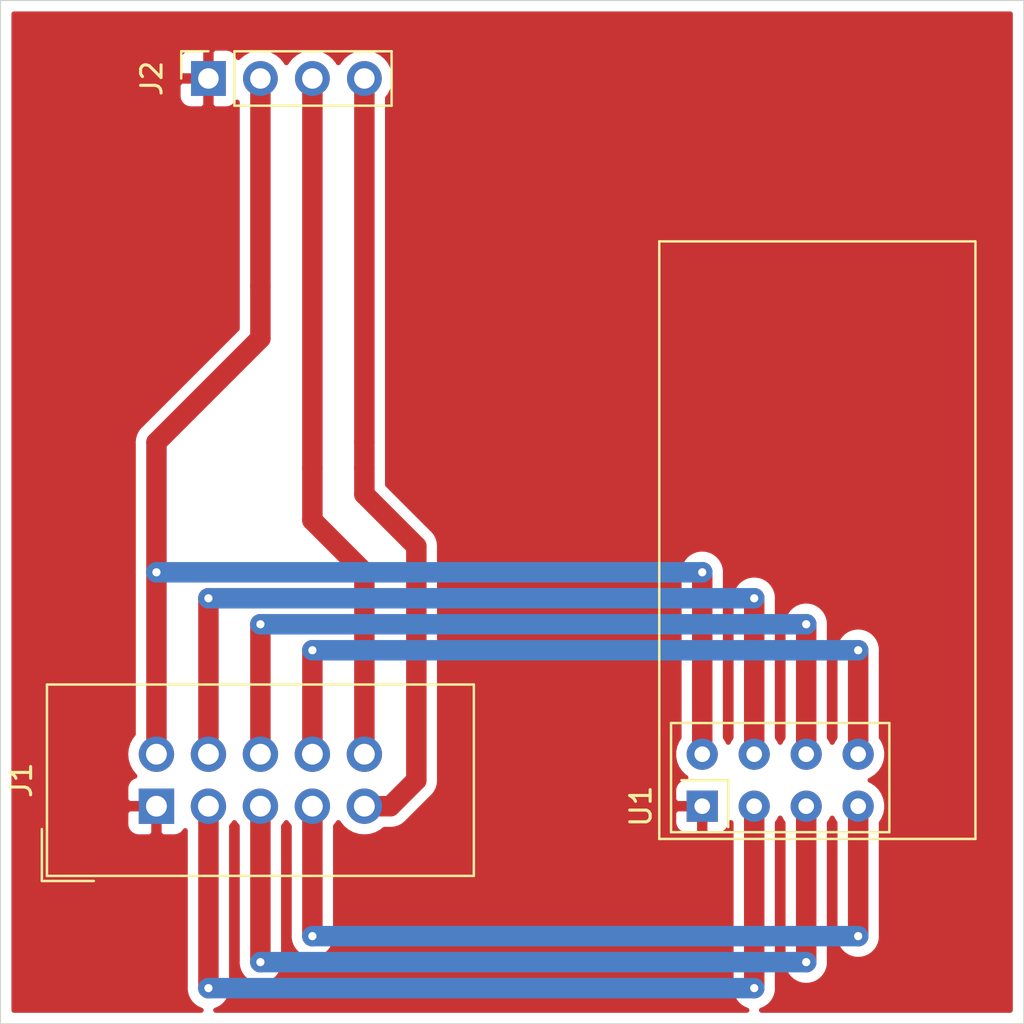
<source format=kicad_pcb>
(kicad_pcb (version 20171130) (host pcbnew 5.1.4)

  (general
    (thickness 1.6)
    (drawings 4)
    (tracks 64)
    (zones 0)
    (modules 3)
    (nets 11)
  )

  (page A4)
  (layers
    (0 F.Cu signal)
    (31 B.Cu signal)
    (32 B.Adhes user)
    (33 F.Adhes user)
    (34 B.Paste user)
    (35 F.Paste user)
    (36 B.SilkS user)
    (37 F.SilkS user)
    (38 B.Mask user)
    (39 F.Mask user)
    (40 Dwgs.User user)
    (41 Cmts.User user)
    (42 Eco1.User user)
    (43 Eco2.User user)
    (44 Edge.Cuts user)
    (45 Margin user)
    (46 B.CrtYd user)
    (47 F.CrtYd user)
    (48 B.Fab user)
    (49 F.Fab user)
  )

  (setup
    (last_trace_width 1)
    (user_trace_width 1)
    (trace_clearance 0.2)
    (zone_clearance 0.508)
    (zone_45_only no)
    (trace_min 0.2)
    (via_size 0.8)
    (via_drill 0.4)
    (via_min_size 0.4)
    (via_min_drill 0.3)
    (uvia_size 0.3)
    (uvia_drill 0.1)
    (uvias_allowed no)
    (uvia_min_size 0.2)
    (uvia_min_drill 0.1)
    (edge_width 0.05)
    (segment_width 0.2)
    (pcb_text_width 0.3)
    (pcb_text_size 1.5 1.5)
    (mod_edge_width 0.12)
    (mod_text_size 1 1)
    (mod_text_width 0.15)
    (pad_size 1.524 1.524)
    (pad_drill 0.762)
    (pad_to_mask_clearance 0.051)
    (solder_mask_min_width 0.25)
    (aux_axis_origin 0 0)
    (visible_elements FFFFFF7F)
    (pcbplotparams
      (layerselection 0x010fc_ffffffff)
      (usegerberextensions false)
      (usegerberattributes false)
      (usegerberadvancedattributes false)
      (creategerberjobfile false)
      (excludeedgelayer true)
      (linewidth 0.100000)
      (plotframeref false)
      (viasonmask false)
      (mode 1)
      (useauxorigin false)
      (hpglpennumber 1)
      (hpglpenspeed 20)
      (hpglpendiameter 15.000000)
      (psnegative false)
      (psa4output false)
      (plotreference true)
      (plotvalue true)
      (plotinvisibletext false)
      (padsonsilk false)
      (subtractmaskfromsilk false)
      (outputformat 1)
      (mirror false)
      (drillshape 1)
      (scaleselection 1)
      (outputdirectory ""))
  )

  (net 0 "")
  (net 1 GND)
  (net 2 +3V3)
  (net 3 CE)
  (net 4 CS)
  (net 5 SCK)
  (net 6 MOSI)
  (net 7 MISO)
  (net 8 IRQ)
  (net 9 SDA)
  (net 10 SCL)

  (net_class Default "Esta é a classe de rede padrão."
    (clearance 0.2)
    (trace_width 0.25)
    (via_dia 0.8)
    (via_drill 0.4)
    (uvia_dia 0.3)
    (uvia_drill 0.1)
    (add_net +3V3)
    (add_net CE)
    (add_net CS)
    (add_net GND)
    (add_net IRQ)
    (add_net MISO)
    (add_net MOSI)
    (add_net SCK)
    (add_net SCL)
    (add_net SDA)
  )

  (module Connector_IDC:IDC-Header_2x05_P2.54mm_Vertical (layer F.Cu) (tedit 59DE0611) (tstamp 5DBD67C0)
    (at 96.52 121.92 90)
    (descr "Through hole straight IDC box header, 2x05, 2.54mm pitch, double rows")
    (tags "Through hole IDC box header THT 2x05 2.54mm double row")
    (path /5DBD0836)
    (fp_text reference J1 (at 1.27 -6.604 90) (layer F.SilkS)
      (effects (font (size 1 1) (thickness 0.15)))
    )
    (fp_text value Conn_02x05_Odd_Even (at 1.27 16.764 90) (layer F.Fab)
      (effects (font (size 1 1) (thickness 0.15)))
    )
    (fp_text user %R (at 1.27 5.08 90) (layer F.Fab)
      (effects (font (size 1 1) (thickness 0.15)))
    )
    (fp_line (start 5.695 -5.1) (end 5.695 15.26) (layer F.Fab) (width 0.1))
    (fp_line (start 5.145 -4.56) (end 5.145 14.7) (layer F.Fab) (width 0.1))
    (fp_line (start -3.155 -5.1) (end -3.155 15.26) (layer F.Fab) (width 0.1))
    (fp_line (start -2.605 -4.56) (end -2.605 2.83) (layer F.Fab) (width 0.1))
    (fp_line (start -2.605 7.33) (end -2.605 14.7) (layer F.Fab) (width 0.1))
    (fp_line (start -2.605 2.83) (end -3.155 2.83) (layer F.Fab) (width 0.1))
    (fp_line (start -2.605 7.33) (end -3.155 7.33) (layer F.Fab) (width 0.1))
    (fp_line (start 5.695 -5.1) (end -3.155 -5.1) (layer F.Fab) (width 0.1))
    (fp_line (start 5.145 -4.56) (end -2.605 -4.56) (layer F.Fab) (width 0.1))
    (fp_line (start 5.695 15.26) (end -3.155 15.26) (layer F.Fab) (width 0.1))
    (fp_line (start 5.145 14.7) (end -2.605 14.7) (layer F.Fab) (width 0.1))
    (fp_line (start 5.695 -5.1) (end 5.145 -4.56) (layer F.Fab) (width 0.1))
    (fp_line (start 5.695 15.26) (end 5.145 14.7) (layer F.Fab) (width 0.1))
    (fp_line (start -3.155 -5.1) (end -2.605 -4.56) (layer F.Fab) (width 0.1))
    (fp_line (start -3.155 15.26) (end -2.605 14.7) (layer F.Fab) (width 0.1))
    (fp_line (start 5.95 -5.35) (end 5.95 15.51) (layer F.CrtYd) (width 0.05))
    (fp_line (start 5.95 15.51) (end -3.41 15.51) (layer F.CrtYd) (width 0.05))
    (fp_line (start -3.41 15.51) (end -3.41 -5.35) (layer F.CrtYd) (width 0.05))
    (fp_line (start -3.41 -5.35) (end 5.95 -5.35) (layer F.CrtYd) (width 0.05))
    (fp_line (start 5.945 -5.35) (end 5.945 15.51) (layer F.SilkS) (width 0.12))
    (fp_line (start 5.945 15.51) (end -3.405 15.51) (layer F.SilkS) (width 0.12))
    (fp_line (start -3.405 15.51) (end -3.405 -5.35) (layer F.SilkS) (width 0.12))
    (fp_line (start -3.405 -5.35) (end 5.945 -5.35) (layer F.SilkS) (width 0.12))
    (fp_line (start -3.655 -5.6) (end -3.655 -3.06) (layer F.SilkS) (width 0.12))
    (fp_line (start -3.655 -5.6) (end -1.115 -5.6) (layer F.SilkS) (width 0.12))
    (pad 1 thru_hole rect (at 0 0 90) (size 1.7272 1.7272) (drill 1.016) (layers *.Cu *.Mask)
      (net 1 GND))
    (pad 2 thru_hole oval (at 2.54 0 90) (size 1.7272 1.7272) (drill 1.016) (layers *.Cu *.Mask)
      (net 2 +3V3))
    (pad 3 thru_hole oval (at 0 2.54 90) (size 1.7272 1.7272) (drill 1.016) (layers *.Cu *.Mask)
      (net 3 CE))
    (pad 4 thru_hole oval (at 2.54 2.54 90) (size 1.7272 1.7272) (drill 1.016) (layers *.Cu *.Mask)
      (net 4 CS))
    (pad 5 thru_hole oval (at 0 5.08 90) (size 1.7272 1.7272) (drill 1.016) (layers *.Cu *.Mask)
      (net 5 SCK))
    (pad 6 thru_hole oval (at 2.54 5.08 90) (size 1.7272 1.7272) (drill 1.016) (layers *.Cu *.Mask)
      (net 6 MOSI))
    (pad 7 thru_hole oval (at 0 7.62 90) (size 1.7272 1.7272) (drill 1.016) (layers *.Cu *.Mask)
      (net 7 MISO))
    (pad 8 thru_hole oval (at 2.54 7.62 90) (size 1.7272 1.7272) (drill 1.016) (layers *.Cu *.Mask)
      (net 8 IRQ))
    (pad 9 thru_hole oval (at 0 10.16 90) (size 1.7272 1.7272) (drill 1.016) (layers *.Cu *.Mask)
      (net 9 SDA))
    (pad 10 thru_hole oval (at 2.54 10.16 90) (size 1.7272 1.7272) (drill 1.016) (layers *.Cu *.Mask)
      (net 10 SCL))
    (model ${KISYS3DMOD}/Connector_IDC.3dshapes/IDC-Header_2x05_P2.54mm_Vertical.wrl
      (at (xyz 0 0 0))
      (scale (xyz 1 1 1))
      (rotate (xyz 0 0 0))
    )
  )

  (module Connector_PinSocket_2.54mm:PinSocket_1x04_P2.54mm_Vertical (layer F.Cu) (tedit 5A19A429) (tstamp 5DBD640F)
    (at 99.06 86.36 90)
    (descr "Through hole straight socket strip, 1x04, 2.54mm pitch, single row (from Kicad 4.0.7), script generated")
    (tags "Through hole socket strip THT 1x04 2.54mm single row")
    (path /5DBDFC6C)
    (fp_text reference J2 (at 0 -2.77 90) (layer F.SilkS)
      (effects (font (size 1 1) (thickness 0.15)))
    )
    (fp_text value Display (at 0 10.39 90) (layer F.Fab)
      (effects (font (size 1 1) (thickness 0.15)))
    )
    (fp_line (start -1.27 -1.27) (end 0.635 -1.27) (layer F.Fab) (width 0.1))
    (fp_line (start 0.635 -1.27) (end 1.27 -0.635) (layer F.Fab) (width 0.1))
    (fp_line (start 1.27 -0.635) (end 1.27 8.89) (layer F.Fab) (width 0.1))
    (fp_line (start 1.27 8.89) (end -1.27 8.89) (layer F.Fab) (width 0.1))
    (fp_line (start -1.27 8.89) (end -1.27 -1.27) (layer F.Fab) (width 0.1))
    (fp_line (start -1.33 1.27) (end 1.33 1.27) (layer F.SilkS) (width 0.12))
    (fp_line (start -1.33 1.27) (end -1.33 8.95) (layer F.SilkS) (width 0.12))
    (fp_line (start -1.33 8.95) (end 1.33 8.95) (layer F.SilkS) (width 0.12))
    (fp_line (start 1.33 1.27) (end 1.33 8.95) (layer F.SilkS) (width 0.12))
    (fp_line (start 1.33 -1.33) (end 1.33 0) (layer F.SilkS) (width 0.12))
    (fp_line (start 0 -1.33) (end 1.33 -1.33) (layer F.SilkS) (width 0.12))
    (fp_line (start -1.8 -1.8) (end 1.75 -1.8) (layer F.CrtYd) (width 0.05))
    (fp_line (start 1.75 -1.8) (end 1.75 9.4) (layer F.CrtYd) (width 0.05))
    (fp_line (start 1.75 9.4) (end -1.8 9.4) (layer F.CrtYd) (width 0.05))
    (fp_line (start -1.8 9.4) (end -1.8 -1.8) (layer F.CrtYd) (width 0.05))
    (fp_text user %R (at 0 3.81) (layer F.Fab)
      (effects (font (size 1 1) (thickness 0.15)))
    )
    (pad 1 thru_hole rect (at 0 0 90) (size 1.7 1.7) (drill 1) (layers *.Cu *.Mask)
      (net 1 GND))
    (pad 2 thru_hole oval (at 0 2.54 90) (size 1.7 1.7) (drill 1) (layers *.Cu *.Mask)
      (net 2 +3V3))
    (pad 3 thru_hole oval (at 0 5.08 90) (size 1.7 1.7) (drill 1) (layers *.Cu *.Mask)
      (net 10 SCL))
    (pad 4 thru_hole oval (at 0 7.62 90) (size 1.7 1.7) (drill 1) (layers *.Cu *.Mask)
      (net 9 SDA))
    (model ${KISYS3DMOD}/Connector_PinSocket_2.54mm.3dshapes/PinSocket_1x04_P2.54mm_Vertical.wrl
      (at (xyz 0 0 0))
      (scale (xyz 1 1 1))
      (rotate (xyz 0 0 0))
    )
  )

  (module RF_Module:nRF24L01_Breakout (layer F.Cu) (tedit 5A056C61) (tstamp 5DBD6331)
    (at 123.19 121.92 90)
    (descr "nRF24L01 breakout board")
    (tags "nRF24L01 adapter breakout")
    (path /5DBCF153)
    (fp_text reference U1 (at 0 -3 90) (layer F.SilkS)
      (effects (font (size 1 1) (thickness 0.15)))
    )
    (fp_text value NRF24L01_Breakout (at 13 5 90) (layer F.Fab)
      (effects (font (size 1 1) (thickness 0.15)))
    )
    (fp_line (start -1.5 -2) (end 27.5 -2) (layer F.Fab) (width 0.1))
    (fp_line (start 27.5 -2) (end 27.5 13.25) (layer F.Fab) (width 0.1))
    (fp_line (start 27.5 13.25) (end -1.5 13.25) (layer F.Fab) (width 0.1))
    (fp_line (start -1.5 13.25) (end -1.5 -2) (layer F.Fab) (width 0.1))
    (fp_line (start -1.5 -2) (end -1.5 -2) (layer F.Fab) (width 0.1))
    (fp_line (start -1.27 -1.27) (end 3.81 -1.27) (layer F.Fab) (width 0.1))
    (fp_line (start 3.81 -1.27) (end 3.81 8.89) (layer F.Fab) (width 0.1))
    (fp_line (start 3.81 8.89) (end -1.27 8.89) (layer F.Fab) (width 0.1))
    (fp_line (start -1.27 8.89) (end -1.27 -1.27) (layer F.Fab) (width 0.1))
    (fp_line (start -1.27 -1.27) (end -1.27 -1.27) (layer F.Fab) (width 0.1))
    (fp_line (start -1.27 -1.524) (end 4.064 -1.524) (layer F.SilkS) (width 0.12))
    (fp_line (start 4.064 -1.524) (end 4.064 9.144) (layer F.SilkS) (width 0.12))
    (fp_line (start 4.064 9.144) (end -1.27 9.144) (layer F.SilkS) (width 0.12))
    (fp_line (start -1.27 9.144) (end -1.27 9.144) (layer F.SilkS) (width 0.12))
    (fp_line (start 1.27 -1.016) (end 1.27 1.27) (layer F.SilkS) (width 0.12))
    (fp_line (start 1.27 1.27) (end -1.016 1.27) (layer F.SilkS) (width 0.12))
    (fp_line (start -1.016 1.27) (end -1.016 1.27) (layer F.SilkS) (width 0.12))
    (fp_line (start -1.6 -2.1) (end 27.6 -2.1) (layer F.SilkS) (width 0.12))
    (fp_line (start 27.6 -2.1) (end 27.6 13.35) (layer F.SilkS) (width 0.12))
    (fp_line (start 27.6 13.35) (end -1.6 13.35) (layer F.SilkS) (width 0.12))
    (fp_line (start -1.6 13.35) (end -1.6 -2.1) (layer F.SilkS) (width 0.12))
    (fp_line (start -1.6 -2.1) (end -1.6 -2.1) (layer F.SilkS) (width 0.12))
    (fp_line (start -1.27 9.144) (end -1.27 -1.524) (layer F.SilkS) (width 0.12))
    (fp_line (start -1.27 -1.524) (end -1.27 -1.524) (layer F.SilkS) (width 0.12))
    (fp_line (start 27.75 -2.25) (end -1.75 -2.25) (layer F.CrtYd) (width 0.05))
    (fp_line (start -1.75 -2.25) (end -1.75 13.5) (layer F.CrtYd) (width 0.05))
    (fp_line (start -1.75 13.5) (end 27.75 13.5) (layer F.CrtYd) (width 0.05))
    (fp_line (start 27.75 13.5) (end 27.75 -2.25) (layer F.CrtYd) (width 0.05))
    (fp_line (start 27.75 -2.25) (end 27.75 -2.25) (layer F.CrtYd) (width 0.05))
    (fp_text user %R (at 12.5 2.5 90) (layer F.Fab)
      (effects (font (size 1 1) (thickness 0.15)))
    )
    (pad 1 thru_hole rect (at 0 0 90) (size 1.524 1.524) (drill 0.762) (layers *.Cu *.Mask)
      (net 1 GND))
    (pad 2 thru_hole circle (at 2.54 0 90) (size 1.524 1.524) (drill 0.762) (layers *.Cu *.Mask)
      (net 2 +3V3))
    (pad 3 thru_hole circle (at 0 2.54 90) (size 1.524 1.524) (drill 0.762) (layers *.Cu *.Mask)
      (net 3 CE))
    (pad 4 thru_hole circle (at 2.54 2.54 90) (size 1.524 1.524) (drill 0.762) (layers *.Cu *.Mask)
      (net 4 CS))
    (pad 5 thru_hole circle (at 0 5.08 90) (size 1.524 1.524) (drill 0.762) (layers *.Cu *.Mask)
      (net 5 SCK))
    (pad 6 thru_hole circle (at 2.54 5.08 90) (size 1.524 1.524) (drill 0.762) (layers *.Cu *.Mask)
      (net 6 MOSI))
    (pad 7 thru_hole circle (at 0 7.62 90) (size 1.524 1.524) (drill 0.762) (layers *.Cu *.Mask)
      (net 7 MISO))
    (pad 8 thru_hole circle (at 2.54 7.62 90) (size 1.524 1.524) (drill 0.762) (layers *.Cu *.Mask)
      (net 8 IRQ))
    (model ${KISYS3DMOD}/RF_Module.3dshapes/nRF24L01_Breakout.wrl
      (at (xyz 0 0 0))
      (scale (xyz 1 1 1))
      (rotate (xyz 0 0 0))
    )
  )

  (gr_line (start 88.9 132.55) (end 138.9 132.55) (layer Edge.Cuts) (width 0.05) (tstamp 5DBD62E2))
  (gr_line (start 138.9 82.55) (end 138.9 132.55) (layer Edge.Cuts) (width 0.05))
  (gr_line (start 88.9 82.55) (end 88.9 132.55) (layer Edge.Cuts) (width 0.05))
  (gr_line (start 88.9 82.55) (end 138.9 82.55) (layer Edge.Cuts) (width 0.05))

  (segment (start 123.19 119.38) (end 123.19 110.49) (width 1) (layer F.Cu) (net 2) (tstamp 5DBD6755))
  (segment (start 96.52 119.38) (end 96.52 110.49) (width 1) (layer F.Cu) (net 2) (tstamp 5DBD6752))
  (segment (start 96.52 110.49) (end 96.52 110.49) (width 1) (layer F.Cu) (net 2) (tstamp 5DBD6764))
  (via (at 96.52 110.49) (size 1) (drill 0.4) (layers F.Cu B.Cu) (net 2) (tstamp 5DBD6773))
  (segment (start 123.19 110.49) (end 123.19 110.49) (width 1) (layer F.Cu) (net 2) (tstamp 5DBD677C))
  (via (at 123.19 110.49) (size 1) (drill 0.4) (layers F.Cu B.Cu) (net 2) (tstamp 5DBD6770))
  (segment (start 96.52 110.49) (end 123.19 110.49) (width 1) (layer B.Cu) (net 2) (tstamp 5DBD675B))
  (segment (start 101.6 96.52) (end 101.6 86.36) (width 1) (layer F.Cu) (net 2))
  (segment (start 101.6 99.06) (end 101.6 96.52) (width 1) (layer F.Cu) (net 2))
  (segment (start 96.52 110.49) (end 96.52 104.14) (width 1) (layer F.Cu) (net 2))
  (segment (start 96.52 104.14) (end 101.6 99.06) (width 1) (layer F.Cu) (net 2))
  (segment (start 99.06 121.92) (end 99.06 130.81) (width 1) (layer F.Cu) (net 3))
  (segment (start 125.73 121.92) (end 125.73 130.81) (width 1) (layer F.Cu) (net 3))
  (segment (start 99.06 130.81) (end 99.06 130.81) (width 1) (layer F.Cu) (net 3) (tstamp 5DBD64FA))
  (via (at 99.06 130.81) (size 1) (drill 0.4) (layers F.Cu B.Cu) (net 3))
  (segment (start 125.73 130.81) (end 125.73 130.81) (width 1) (layer F.Cu) (net 3) (tstamp 5DBD64FC))
  (via (at 125.73 130.81) (size 1) (drill 0.4) (layers F.Cu B.Cu) (net 3) (status 1000000))
  (segment (start 99.06 130.81) (end 125.73 130.81) (width 1) (layer B.Cu) (net 3))
  (segment (start 99.06 119.38) (end 99.06 111.76) (width 1) (layer F.Cu) (net 4) (tstamp 5DBD676D))
  (segment (start 125.73 119.38) (end 125.73 111.76) (width 1) (layer F.Cu) (net 4) (tstamp 5DBD6779))
  (segment (start 99.06 111.76) (end 99.06 111.76) (width 1) (layer F.Cu) (net 4) (tstamp 5DBD678B))
  (via (at 99.06 111.76) (size 1) (drill 0.4) (layers F.Cu B.Cu) (net 4) (tstamp 5DBD677F))
  (segment (start 125.73 111.76) (end 125.73 111.76) (width 1) (layer F.Cu) (net 4) (tstamp 5DBD674C))
  (via (at 125.73 111.76) (size 1) (drill 0.4) (layers F.Cu B.Cu) (net 4) (tstamp 5DBD6743))
  (segment (start 99.06 111.76) (end 125.73 111.76) (width 1) (layer B.Cu) (net 4) (tstamp 5DBD6797))
  (segment (start 128.27 121.92) (end 128.27 129.54) (width 1) (layer F.Cu) (net 5))
  (segment (start 101.6 121.92) (end 101.6 129.54) (width 1) (layer F.Cu) (net 5))
  (segment (start 101.6 129.54) (end 101.6 129.54) (width 1) (layer F.Cu) (net 5) (tstamp 5DBD64F6))
  (via (at 101.6 129.54) (size 1) (drill 0.4) (layers F.Cu B.Cu) (net 5))
  (segment (start 128.27 129.54) (end 128.27 129.54) (width 1) (layer F.Cu) (net 5) (tstamp 5DBD64F8))
  (via (at 128.27 129.54) (size 1) (drill 0.4) (layers F.Cu B.Cu) (net 5))
  (segment (start 101.6 129.54) (end 128.27 129.54) (width 1) (layer B.Cu) (net 5))
  (segment (start 101.6 119.38) (end 101.6 113.03) (width 1) (layer F.Cu) (net 6) (tstamp 5DBD6785))
  (segment (start 128.27 119.38) (end 128.27 113.03) (width 1) (layer F.Cu) (net 6) (tstamp 5DBD6761))
  (segment (start 101.6 113.03) (end 101.6 113.03) (width 1) (layer F.Cu) (net 6) (tstamp 5DBD6749))
  (via (at 101.6 113.03) (size 1) (drill 0.4) (layers F.Cu B.Cu) (net 6) (tstamp 5DBD673D))
  (segment (start 128.27 113.03) (end 128.27 113.03) (width 1) (layer F.Cu) (net 6) (tstamp 5DBD6740))
  (via (at 128.27 113.03) (size 1) (drill 0.4) (layers F.Cu B.Cu) (net 6) (tstamp 5DBD6791))
  (segment (start 101.6 113.03) (end 128.27 113.03) (width 1) (layer B.Cu) (net 6) (tstamp 5DBD676A))
  (segment (start 104.14 121.92) (end 104.14 128.27) (width 1) (layer F.Cu) (net 7))
  (segment (start 130.81 121.92) (end 130.81 128.27) (width 1) (layer F.Cu) (net 7))
  (segment (start 104.14 128.27) (end 104.14 128.27) (width 1) (layer F.Cu) (net 7) (tstamp 5DBD64C9))
  (via (at 104.14 128.27) (size 1) (drill 0.4) (layers F.Cu B.Cu) (net 7))
  (segment (start 130.81 128.27) (end 130.81 128.27) (width 1) (layer F.Cu) (net 7) (tstamp 5DBD64CB))
  (via (at 130.81 128.27) (size 1) (drill 0.4) (layers F.Cu B.Cu) (net 7))
  (segment (start 104.14 128.27) (end 130.81 128.27) (width 1) (layer B.Cu) (net 7))
  (segment (start 104.14 119.38) (end 104.14 114.3) (width 1) (layer F.Cu) (net 8) (tstamp 5DBD674F))
  (segment (start 130.81 119.38) (end 130.81 114.3) (width 1) (layer F.Cu) (net 8) (tstamp 5DBD6788))
  (segment (start 104.14 114.3) (end 104.14 114.3) (width 1) (layer F.Cu) (net 8) (tstamp 5DBD6782))
  (via (at 104.14 114.3) (size 1) (drill 0.4) (layers F.Cu B.Cu) (net 8) (tstamp 5DBD678E))
  (segment (start 130.81 114.3) (end 130.81 114.3) (width 1) (layer F.Cu) (net 8) (tstamp 5DBD6776))
  (via (at 130.81 114.3) (size 1) (drill 0.4) (layers F.Cu B.Cu) (net 8) (tstamp 5DBD6767))
  (segment (start 104.14 114.3) (end 130.81 114.3) (width 1) (layer B.Cu) (net 8) (tstamp 5DBD675E))
  (segment (start 109.22 109.22) (end 109.22 120.65) (width 1) (layer F.Cu) (net 9) (tstamp 5DBD62C7))
  (segment (start 106.68 106.68) (end 106.68 105.41) (width 1) (layer F.Cu) (net 9))
  (segment (start 106.68 121.92) (end 107.95 121.92) (width 1) (layer F.Cu) (net 9) (tstamp 5DBD6794))
  (segment (start 106.68 106.68) (end 109.22 109.22) (width 1) (layer F.Cu) (net 9) (tstamp 5DBD62DF))
  (segment (start 107.95 121.92) (end 109.22 120.65) (width 1) (layer F.Cu) (net 9) (tstamp 5DBD6746))
  (segment (start 106.68 105.41) (end 106.68 104.14) (width 1) (layer F.Cu) (net 9))
  (segment (start 106.68 86.36) (end 106.68 104.14) (width 1) (layer F.Cu) (net 9) (tstamp 5DBD6303))
  (segment (start 104.14 105.41) (end 104.14 86.36) (width 1) (layer F.Cu) (net 10))
  (segment (start 104.14 107.95) (end 104.14 105.41) (width 1) (layer F.Cu) (net 10))
  (segment (start 106.68 119.38) (end 106.68 110.49) (width 1) (layer F.Cu) (net 10))
  (segment (start 106.68 110.49) (end 104.14 107.95) (width 1) (layer F.Cu) (net 10))

  (zone (net 1) (net_name GND) (layer F.Cu) (tstamp 0) (hatch edge 0.508)
    (connect_pads (clearance 0.508))
    (min_thickness 0.254)
    (fill yes (arc_segments 32) (thermal_gap 0.508) (thermal_bridge_width 0.508))
    (polygon
      (pts
        (xy 88.9 82.55) (xy 138.43 82.55) (xy 138.43 132.08) (xy 88.9 132.08)
      )
    )
    (filled_polygon
      (pts
        (xy 138.240001 131.89) (xy 126.088548 131.89) (xy 126.112842 131.879937) (xy 126.166447 131.863676) (xy 126.215851 131.837269)
        (xy 126.267624 131.815824) (xy 126.314214 131.784693) (xy 126.363623 131.758284) (xy 126.406932 131.722741) (xy 126.45352 131.691612)
        (xy 126.493141 131.651991) (xy 126.536449 131.616449) (xy 126.571991 131.573141) (xy 126.611612 131.53352) (xy 126.642741 131.486932)
        (xy 126.678284 131.443623) (xy 126.704693 131.394214) (xy 126.735824 131.347624) (xy 126.757269 131.295851) (xy 126.783676 131.246447)
        (xy 126.799937 131.192842) (xy 126.821383 131.141067) (xy 126.832315 131.086106) (xy 126.848577 131.032499) (xy 126.854068 130.976747)
        (xy 126.865 130.921788) (xy 126.865 130.865752) (xy 126.870491 130.81) (xy 126.865 130.754248) (xy 126.865 122.735884)
        (xy 126.968005 122.581727) (xy 127 122.504485) (xy 127.031995 122.581727) (xy 127.135 122.735885) (xy 127.135001 129.428207)
        (xy 127.135 129.428212) (xy 127.135 129.484248) (xy 127.129509 129.54) (xy 127.135 129.595752) (xy 127.135 129.651788)
        (xy 127.145932 129.706747) (xy 127.151423 129.762499) (xy 127.167685 129.816106) (xy 127.178617 129.871067) (xy 127.200063 129.922842)
        (xy 127.216324 129.976447) (xy 127.242731 130.025851) (xy 127.264176 130.077624) (xy 127.295307 130.124214) (xy 127.321716 130.173623)
        (xy 127.357259 130.216932) (xy 127.388388 130.26352) (xy 127.428009 130.303141) (xy 127.463551 130.346449) (xy 127.506859 130.381991)
        (xy 127.54648 130.421612) (xy 127.593068 130.452741) (xy 127.636377 130.488284) (xy 127.685786 130.514693) (xy 127.732376 130.545824)
        (xy 127.784149 130.567269) (xy 127.833553 130.593676) (xy 127.887158 130.609937) (xy 127.938933 130.631383) (xy 127.993894 130.642315)
        (xy 128.047501 130.658577) (xy 128.103253 130.664068) (xy 128.158212 130.675) (xy 128.214249 130.675) (xy 128.27 130.680491)
        (xy 128.325752 130.675) (xy 128.381788 130.675) (xy 128.436747 130.664068) (xy 128.492499 130.658577) (xy 128.546106 130.642315)
        (xy 128.601067 130.631383) (xy 128.652842 130.609937) (xy 128.706447 130.593676) (xy 128.755851 130.567269) (xy 128.807624 130.545824)
        (xy 128.854214 130.514693) (xy 128.903623 130.488284) (xy 128.946932 130.452741) (xy 128.99352 130.421612) (xy 129.033141 130.381991)
        (xy 129.076449 130.346449) (xy 129.111991 130.303141) (xy 129.151612 130.26352) (xy 129.182741 130.216932) (xy 129.218284 130.173623)
        (xy 129.244693 130.124214) (xy 129.275824 130.077624) (xy 129.297269 130.025851) (xy 129.323676 129.976447) (xy 129.339937 129.922842)
        (xy 129.361383 129.871067) (xy 129.372315 129.816106) (xy 129.388577 129.762499) (xy 129.394068 129.706747) (xy 129.405 129.651788)
        (xy 129.405 129.595752) (xy 129.410491 129.54) (xy 129.405 129.484248) (xy 129.405 122.735884) (xy 129.508005 122.581727)
        (xy 129.54 122.504485) (xy 129.571995 122.581727) (xy 129.675 122.735885) (xy 129.675001 128.158207) (xy 129.675 128.158212)
        (xy 129.675 128.214248) (xy 129.669509 128.27) (xy 129.675 128.325752) (xy 129.675 128.381788) (xy 129.685932 128.436747)
        (xy 129.691423 128.492499) (xy 129.707685 128.546106) (xy 129.718617 128.601067) (xy 129.740063 128.652842) (xy 129.756324 128.706447)
        (xy 129.782731 128.755851) (xy 129.804176 128.807624) (xy 129.835307 128.854214) (xy 129.861716 128.903623) (xy 129.897259 128.946932)
        (xy 129.928388 128.99352) (xy 129.968009 129.033141) (xy 130.003551 129.076449) (xy 130.046859 129.111991) (xy 130.08648 129.151612)
        (xy 130.133068 129.182741) (xy 130.176377 129.218284) (xy 130.225786 129.244693) (xy 130.272376 129.275824) (xy 130.324149 129.297269)
        (xy 130.373553 129.323676) (xy 130.427158 129.339937) (xy 130.478933 129.361383) (xy 130.533894 129.372315) (xy 130.587501 129.388577)
        (xy 130.643253 129.394068) (xy 130.698212 129.405) (xy 130.754249 129.405) (xy 130.81 129.410491) (xy 130.865752 129.405)
        (xy 130.921788 129.405) (xy 130.976747 129.394068) (xy 131.032499 129.388577) (xy 131.086106 129.372315) (xy 131.141067 129.361383)
        (xy 131.192842 129.339937) (xy 131.246447 129.323676) (xy 131.295851 129.297269) (xy 131.347624 129.275824) (xy 131.394214 129.244693)
        (xy 131.443623 129.218284) (xy 131.486932 129.182741) (xy 131.53352 129.151612) (xy 131.573141 129.111991) (xy 131.616449 129.076449)
        (xy 131.651991 129.033141) (xy 131.691612 128.99352) (xy 131.722741 128.946932) (xy 131.758284 128.903623) (xy 131.784693 128.854214)
        (xy 131.815824 128.807624) (xy 131.837269 128.755851) (xy 131.863676 128.706447) (xy 131.879937 128.652842) (xy 131.901383 128.601067)
        (xy 131.912315 128.546106) (xy 131.928577 128.492499) (xy 131.934068 128.436747) (xy 131.945 128.381788) (xy 131.945 128.325752)
        (xy 131.950491 128.27) (xy 131.945 128.214248) (xy 131.945 122.735884) (xy 132.048005 122.581727) (xy 132.153314 122.32749)
        (xy 132.207 122.057592) (xy 132.207 121.782408) (xy 132.153314 121.51251) (xy 132.048005 121.258273) (xy 131.89512 121.029465)
        (xy 131.700535 120.83488) (xy 131.471727 120.681995) (xy 131.394485 120.65) (xy 131.471727 120.618005) (xy 131.700535 120.46512)
        (xy 131.89512 120.270535) (xy 132.048005 120.041727) (xy 132.153314 119.78749) (xy 132.207 119.517592) (xy 132.207 119.242408)
        (xy 132.153314 118.97251) (xy 132.048005 118.718273) (xy 131.945 118.564116) (xy 131.945 114.355752) (xy 131.950491 114.3)
        (xy 131.945 114.244248) (xy 131.945 114.188212) (xy 131.934068 114.133253) (xy 131.928577 114.077501) (xy 131.912315 114.023894)
        (xy 131.901383 113.968933) (xy 131.879937 113.917158) (xy 131.863676 113.863553) (xy 131.837269 113.814149) (xy 131.815824 113.762376)
        (xy 131.784693 113.715786) (xy 131.758284 113.666377) (xy 131.722741 113.623068) (xy 131.691612 113.57648) (xy 131.651991 113.536859)
        (xy 131.616449 113.493551) (xy 131.573141 113.458009) (xy 131.53352 113.418388) (xy 131.486932 113.387259) (xy 131.443623 113.351716)
        (xy 131.394214 113.325307) (xy 131.347624 113.294176) (xy 131.295851 113.272731) (xy 131.246447 113.246324) (xy 131.192842 113.230063)
        (xy 131.141067 113.208617) (xy 131.086106 113.197685) (xy 131.032499 113.181423) (xy 130.976747 113.175932) (xy 130.921788 113.165)
        (xy 130.865752 113.165) (xy 130.81 113.159509) (xy 130.754249 113.165) (xy 130.698212 113.165) (xy 130.643253 113.175932)
        (xy 130.587501 113.181423) (xy 130.533894 113.197685) (xy 130.478933 113.208617) (xy 130.427158 113.230063) (xy 130.373553 113.246324)
        (xy 130.324149 113.272731) (xy 130.272376 113.294176) (xy 130.225786 113.325307) (xy 130.176377 113.351716) (xy 130.133068 113.387259)
        (xy 130.08648 113.418388) (xy 130.046859 113.458009) (xy 130.003551 113.493551) (xy 129.968009 113.536859) (xy 129.928388 113.57648)
        (xy 129.897259 113.623068) (xy 129.861716 113.666377) (xy 129.835307 113.715786) (xy 129.804176 113.762376) (xy 129.782731 113.814149)
        (xy 129.756324 113.863553) (xy 129.740063 113.917158) (xy 129.718617 113.968933) (xy 129.707685 114.023894) (xy 129.691423 114.077501)
        (xy 129.685932 114.133253) (xy 129.675 114.188212) (xy 129.675 114.244248) (xy 129.669509 114.3) (xy 129.675 114.355752)
        (xy 129.675 114.411788) (xy 129.675001 114.411793) (xy 129.675 118.564115) (xy 129.571995 118.718273) (xy 129.54 118.795515)
        (xy 129.508005 118.718273) (xy 129.405 118.564116) (xy 129.405 113.085752) (xy 129.410491 113.03) (xy 129.405 112.974248)
        (xy 129.405 112.918212) (xy 129.394068 112.863253) (xy 129.388577 112.807501) (xy 129.372315 112.753894) (xy 129.361383 112.698933)
        (xy 129.339937 112.647158) (xy 129.323676 112.593553) (xy 129.297269 112.544149) (xy 129.275824 112.492376) (xy 129.244693 112.445786)
        (xy 129.218284 112.396377) (xy 129.182741 112.353068) (xy 129.151612 112.30648) (xy 129.111991 112.266859) (xy 129.076449 112.223551)
        (xy 129.033141 112.188009) (xy 128.99352 112.148388) (xy 128.946932 112.117259) (xy 128.903623 112.081716) (xy 128.854214 112.055307)
        (xy 128.807624 112.024176) (xy 128.755851 112.002731) (xy 128.706447 111.976324) (xy 128.652842 111.960063) (xy 128.601067 111.938617)
        (xy 128.546106 111.927685) (xy 128.492499 111.911423) (xy 128.436747 111.905932) (xy 128.381788 111.895) (xy 128.325752 111.895)
        (xy 128.27 111.889509) (xy 128.214249 111.895) (xy 128.158212 111.895) (xy 128.103253 111.905932) (xy 128.047501 111.911423)
        (xy 127.993894 111.927685) (xy 127.938933 111.938617) (xy 127.887158 111.960063) (xy 127.833553 111.976324) (xy 127.784149 112.002731)
        (xy 127.732376 112.024176) (xy 127.685786 112.055307) (xy 127.636377 112.081716) (xy 127.593068 112.117259) (xy 127.54648 112.148388)
        (xy 127.506859 112.188009) (xy 127.463551 112.223551) (xy 127.428009 112.266859) (xy 127.388388 112.30648) (xy 127.357259 112.353068)
        (xy 127.321716 112.396377) (xy 127.295307 112.445786) (xy 127.264176 112.492376) (xy 127.242731 112.544149) (xy 127.216324 112.593553)
        (xy 127.200063 112.647158) (xy 127.178617 112.698933) (xy 127.167685 112.753894) (xy 127.151423 112.807501) (xy 127.145932 112.863253)
        (xy 127.135 112.918212) (xy 127.135 112.974248) (xy 127.129509 113.03) (xy 127.135 113.085752) (xy 127.135 113.141788)
        (xy 127.135001 113.141793) (xy 127.135 118.564115) (xy 127.031995 118.718273) (xy 127 118.795515) (xy 126.968005 118.718273)
        (xy 126.865 118.564116) (xy 126.865 111.815752) (xy 126.870491 111.76) (xy 126.865 111.704248) (xy 126.865 111.648212)
        (xy 126.854068 111.593253) (xy 126.848577 111.537501) (xy 126.832315 111.483894) (xy 126.821383 111.428933) (xy 126.799937 111.377158)
        (xy 126.783676 111.323553) (xy 126.757269 111.274149) (xy 126.735824 111.222376) (xy 126.704693 111.175786) (xy 126.678284 111.126377)
        (xy 126.642741 111.083068) (xy 126.611612 111.03648) (xy 126.571991 110.996859) (xy 126.536449 110.953551) (xy 126.493141 110.918009)
        (xy 126.45352 110.878388) (xy 126.406932 110.847259) (xy 126.363623 110.811716) (xy 126.314214 110.785307) (xy 126.267624 110.754176)
        (xy 126.215851 110.732731) (xy 126.166447 110.706324) (xy 126.112842 110.690063) (xy 126.061067 110.668617) (xy 126.006106 110.657685)
        (xy 125.952499 110.641423) (xy 125.896747 110.635932) (xy 125.841788 110.625) (xy 125.785752 110.625) (xy 125.73 110.619509)
        (xy 125.674249 110.625) (xy 125.618212 110.625) (xy 125.563253 110.635932) (xy 125.507501 110.641423) (xy 125.453894 110.657685)
        (xy 125.398933 110.668617) (xy 125.347158 110.690063) (xy 125.293553 110.706324) (xy 125.244149 110.732731) (xy 125.192376 110.754176)
        (xy 125.145786 110.785307) (xy 125.096377 110.811716) (xy 125.053068 110.847259) (xy 125.00648 110.878388) (xy 124.966859 110.918009)
        (xy 124.923551 110.953551) (xy 124.888009 110.996859) (xy 124.848388 111.03648) (xy 124.817259 111.083068) (xy 124.781716 111.126377)
        (xy 124.755307 111.175786) (xy 124.724176 111.222376) (xy 124.702731 111.274149) (xy 124.676324 111.323553) (xy 124.660063 111.377158)
        (xy 124.638617 111.428933) (xy 124.627685 111.483894) (xy 124.611423 111.537501) (xy 124.605932 111.593253) (xy 124.595 111.648212)
        (xy 124.595 111.704248) (xy 124.589509 111.76) (xy 124.595 111.815752) (xy 124.595 111.871788) (xy 124.595001 111.871793)
        (xy 124.595 118.564115) (xy 124.491995 118.718273) (xy 124.46 118.795515) (xy 124.428005 118.718273) (xy 124.325 118.564116)
        (xy 124.325 110.545751) (xy 124.330491 110.49) (xy 124.325 110.434248) (xy 124.325 110.378212) (xy 124.314068 110.323253)
        (xy 124.308577 110.267501) (xy 124.292315 110.213894) (xy 124.281383 110.158933) (xy 124.259937 110.107158) (xy 124.243676 110.053553)
        (xy 124.217269 110.004149) (xy 124.195824 109.952376) (xy 124.164693 109.905786) (xy 124.138284 109.856377) (xy 124.102741 109.813068)
        (xy 124.071612 109.76648) (xy 124.031991 109.726859) (xy 123.996449 109.683551) (xy 123.953141 109.648009) (xy 123.91352 109.608388)
        (xy 123.866932 109.577259) (xy 123.823623 109.541716) (xy 123.774214 109.515307) (xy 123.727624 109.484176) (xy 123.675851 109.462731)
        (xy 123.626447 109.436324) (xy 123.572842 109.420063) (xy 123.521067 109.398617) (xy 123.466106 109.387685) (xy 123.412499 109.371423)
        (xy 123.356747 109.365932) (xy 123.301788 109.355) (xy 123.245752 109.355) (xy 123.19 109.349509) (xy 123.134249 109.355)
        (xy 123.078212 109.355) (xy 123.023253 109.365932) (xy 122.967501 109.371423) (xy 122.913894 109.387685) (xy 122.858933 109.398617)
        (xy 122.807158 109.420063) (xy 122.753553 109.436324) (xy 122.704149 109.462731) (xy 122.652376 109.484176) (xy 122.605786 109.515307)
        (xy 122.556377 109.541716) (xy 122.513068 109.577259) (xy 122.46648 109.608388) (xy 122.426859 109.648009) (xy 122.383551 109.683551)
        (xy 122.348009 109.726859) (xy 122.308388 109.76648) (xy 122.277259 109.813068) (xy 122.241716 109.856377) (xy 122.215307 109.905786)
        (xy 122.184176 109.952376) (xy 122.162731 110.004149) (xy 122.136324 110.053553) (xy 122.120063 110.107158) (xy 122.098617 110.158933)
        (xy 122.087685 110.213894) (xy 122.071423 110.267501) (xy 122.065932 110.323253) (xy 122.055 110.378212) (xy 122.055 110.434248)
        (xy 122.049509 110.49) (xy 122.055 110.545751) (xy 122.055 110.601788) (xy 122.055001 110.601793) (xy 122.055 118.564115)
        (xy 121.951995 118.718273) (xy 121.846686 118.97251) (xy 121.793 119.242408) (xy 121.793 119.517592) (xy 121.846686 119.78749)
        (xy 121.951995 120.041727) (xy 122.10488 120.270535) (xy 122.299465 120.46512) (xy 122.387465 120.52392) (xy 122.303518 120.532188)
        (xy 122.18382 120.568498) (xy 122.073506 120.627463) (xy 121.976815 120.706815) (xy 121.897463 120.803506) (xy 121.838498 120.91382)
        (xy 121.802188 121.033518) (xy 121.789928 121.158) (xy 121.793 121.63425) (xy 121.95175 121.793) (xy 123.063 121.793)
        (xy 123.063 121.773) (xy 123.317 121.773) (xy 123.317 121.793) (xy 123.337 121.793) (xy 123.337 122.047)
        (xy 123.317 122.047) (xy 123.317 123.15825) (xy 123.47575 123.317) (xy 123.952 123.320072) (xy 124.076482 123.307812)
        (xy 124.19618 123.271502) (xy 124.306494 123.212537) (xy 124.403185 123.133185) (xy 124.482537 123.036494) (xy 124.541502 122.92618)
        (xy 124.577812 122.806482) (xy 124.58608 122.722535) (xy 124.595 122.735885) (xy 124.595001 130.698207) (xy 124.595 130.698212)
        (xy 124.595 130.754248) (xy 124.589509 130.81) (xy 124.595 130.865752) (xy 124.595 130.921788) (xy 124.605932 130.976747)
        (xy 124.611423 131.032499) (xy 124.627685 131.086106) (xy 124.638617 131.141067) (xy 124.660063 131.192842) (xy 124.676324 131.246447)
        (xy 124.702731 131.295851) (xy 124.724176 131.347624) (xy 124.755307 131.394214) (xy 124.781716 131.443623) (xy 124.817259 131.486932)
        (xy 124.848388 131.53352) (xy 124.888009 131.573141) (xy 124.923551 131.616449) (xy 124.966859 131.651991) (xy 125.00648 131.691612)
        (xy 125.053068 131.722741) (xy 125.096377 131.758284) (xy 125.145786 131.784693) (xy 125.192376 131.815824) (xy 125.244149 131.837269)
        (xy 125.293553 131.863676) (xy 125.347158 131.879937) (xy 125.371452 131.89) (xy 99.418548 131.89) (xy 99.442842 131.879937)
        (xy 99.496447 131.863676) (xy 99.545851 131.837269) (xy 99.597624 131.815824) (xy 99.644214 131.784693) (xy 99.693623 131.758284)
        (xy 99.736932 131.722741) (xy 99.78352 131.691612) (xy 99.823141 131.651991) (xy 99.866449 131.616449) (xy 99.901991 131.573141)
        (xy 99.941612 131.53352) (xy 99.972741 131.486932) (xy 100.008284 131.443623) (xy 100.034693 131.394214) (xy 100.065824 131.347624)
        (xy 100.087269 131.295851) (xy 100.113676 131.246447) (xy 100.129937 131.192842) (xy 100.151383 131.141067) (xy 100.162315 131.086106)
        (xy 100.178577 131.032499) (xy 100.184068 130.976747) (xy 100.195 130.921788) (xy 100.195 130.865752) (xy 100.200491 130.81)
        (xy 100.195 130.754248) (xy 100.195 122.899255) (xy 100.312069 122.756606) (xy 100.33 122.72306) (xy 100.347931 122.756606)
        (xy 100.465 122.899255) (xy 100.465001 129.428207) (xy 100.465 129.428212) (xy 100.465 129.484248) (xy 100.459509 129.54)
        (xy 100.465 129.595752) (xy 100.465 129.651788) (xy 100.475932 129.706747) (xy 100.481423 129.762499) (xy 100.497685 129.816106)
        (xy 100.508617 129.871067) (xy 100.530063 129.922842) (xy 100.546324 129.976447) (xy 100.572731 130.025851) (xy 100.594176 130.077624)
        (xy 100.625307 130.124214) (xy 100.651716 130.173623) (xy 100.687259 130.216932) (xy 100.718388 130.26352) (xy 100.758009 130.303141)
        (xy 100.793551 130.346449) (xy 100.836859 130.381991) (xy 100.87648 130.421612) (xy 100.923068 130.452741) (xy 100.966377 130.488284)
        (xy 101.015786 130.514693) (xy 101.062376 130.545824) (xy 101.114149 130.567269) (xy 101.163553 130.593676) (xy 101.217158 130.609937)
        (xy 101.268933 130.631383) (xy 101.323894 130.642315) (xy 101.377501 130.658577) (xy 101.433253 130.664068) (xy 101.488212 130.675)
        (xy 101.544249 130.675) (xy 101.6 130.680491) (xy 101.655752 130.675) (xy 101.711788 130.675) (xy 101.766747 130.664068)
        (xy 101.822499 130.658577) (xy 101.876106 130.642315) (xy 101.931067 130.631383) (xy 101.982842 130.609937) (xy 102.036447 130.593676)
        (xy 102.085851 130.567269) (xy 102.137624 130.545824) (xy 102.184214 130.514693) (xy 102.233623 130.488284) (xy 102.276932 130.452741)
        (xy 102.32352 130.421612) (xy 102.363141 130.381991) (xy 102.406449 130.346449) (xy 102.441991 130.303141) (xy 102.481612 130.26352)
        (xy 102.512741 130.216932) (xy 102.548284 130.173623) (xy 102.574693 130.124214) (xy 102.605824 130.077624) (xy 102.627269 130.025851)
        (xy 102.653676 129.976447) (xy 102.669937 129.922842) (xy 102.691383 129.871067) (xy 102.702315 129.816106) (xy 102.718577 129.762499)
        (xy 102.724068 129.706747) (xy 102.735 129.651788) (xy 102.735 129.595752) (xy 102.740491 129.54) (xy 102.735 129.484248)
        (xy 102.735 122.899255) (xy 102.852069 122.756606) (xy 102.87 122.72306) (xy 102.887931 122.756606) (xy 103.005 122.899255)
        (xy 103.005001 128.158207) (xy 103.005 128.158212) (xy 103.005 128.214248) (xy 102.999509 128.27) (xy 103.005 128.325752)
        (xy 103.005 128.381788) (xy 103.015932 128.436747) (xy 103.021423 128.492499) (xy 103.037685 128.546106) (xy 103.048617 128.601067)
        (xy 103.070063 128.652842) (xy 103.086324 128.706447) (xy 103.112731 128.755851) (xy 103.134176 128.807624) (xy 103.165307 128.854214)
        (xy 103.191716 128.903623) (xy 103.227259 128.946932) (xy 103.258388 128.99352) (xy 103.298009 129.033141) (xy 103.333551 129.076449)
        (xy 103.376859 129.111991) (xy 103.41648 129.151612) (xy 103.463068 129.182741) (xy 103.506377 129.218284) (xy 103.555786 129.244693)
        (xy 103.602376 129.275824) (xy 103.654149 129.297269) (xy 103.703553 129.323676) (xy 103.757158 129.339937) (xy 103.808933 129.361383)
        (xy 103.863894 129.372315) (xy 103.917501 129.388577) (xy 103.973253 129.394068) (xy 104.028212 129.405) (xy 104.084249 129.405)
        (xy 104.14 129.410491) (xy 104.195752 129.405) (xy 104.251788 129.405) (xy 104.306747 129.394068) (xy 104.362499 129.388577)
        (xy 104.416106 129.372315) (xy 104.471067 129.361383) (xy 104.522842 129.339937) (xy 104.576447 129.323676) (xy 104.625851 129.297269)
        (xy 104.677624 129.275824) (xy 104.724214 129.244693) (xy 104.773623 129.218284) (xy 104.816932 129.182741) (xy 104.86352 129.151612)
        (xy 104.903141 129.111991) (xy 104.946449 129.076449) (xy 104.981991 129.033141) (xy 105.021612 128.99352) (xy 105.052741 128.946932)
        (xy 105.088284 128.903623) (xy 105.114693 128.854214) (xy 105.145824 128.807624) (xy 105.167269 128.755851) (xy 105.193676 128.706447)
        (xy 105.209937 128.652842) (xy 105.231383 128.601067) (xy 105.242315 128.546106) (xy 105.258577 128.492499) (xy 105.264068 128.436747)
        (xy 105.275 128.381788) (xy 105.275 128.325752) (xy 105.280491 128.27) (xy 105.275 128.214248) (xy 105.275 122.899255)
        (xy 105.392069 122.756606) (xy 105.41 122.72306) (xy 105.427931 122.756606) (xy 105.615203 122.984797) (xy 105.843394 123.172069)
        (xy 106.103736 123.311225) (xy 106.386223 123.396916) (xy 106.606381 123.4186) (xy 106.753619 123.4186) (xy 106.973777 123.396916)
        (xy 107.256264 123.311225) (xy 107.516606 123.172069) (xy 107.659255 123.055) (xy 107.894249 123.055) (xy 107.95 123.060491)
        (xy 108.005751 123.055) (xy 108.005752 123.055) (xy 108.172499 123.038577) (xy 108.386447 122.973676) (xy 108.583623 122.868284)
        (xy 108.756449 122.726449) (xy 108.791996 122.683135) (xy 108.793131 122.682) (xy 121.789928 122.682) (xy 121.802188 122.806482)
        (xy 121.838498 122.92618) (xy 121.897463 123.036494) (xy 121.976815 123.133185) (xy 122.073506 123.212537) (xy 122.18382 123.271502)
        (xy 122.303518 123.307812) (xy 122.428 123.320072) (xy 122.90425 123.317) (xy 123.063 123.15825) (xy 123.063 122.047)
        (xy 121.95175 122.047) (xy 121.793 122.20575) (xy 121.789928 122.682) (xy 108.793131 122.682) (xy 109.98314 121.491992)
        (xy 110.026449 121.456449) (xy 110.168284 121.283623) (xy 110.273676 121.086447) (xy 110.326042 120.91382) (xy 110.338577 120.8725)
        (xy 110.347195 120.785) (xy 110.355 120.705752) (xy 110.355 120.705745) (xy 110.36049 120.650001) (xy 110.355 120.594257)
        (xy 110.355 109.275741) (xy 110.36049 109.219999) (xy 110.355 109.164257) (xy 110.355 109.164248) (xy 110.338577 108.997501)
        (xy 110.273676 108.783553) (xy 110.168284 108.586377) (xy 110.026449 108.413551) (xy 109.983141 108.378009) (xy 107.815 106.209869)
        (xy 107.815 87.317817) (xy 107.920706 87.189014) (xy 108.058599 86.931034) (xy 108.143513 86.651111) (xy 108.172185 86.36)
        (xy 108.143513 86.068889) (xy 108.058599 85.788966) (xy 107.920706 85.530986) (xy 107.735134 85.304866) (xy 107.509014 85.119294)
        (xy 107.251034 84.981401) (xy 106.971111 84.896487) (xy 106.75295 84.875) (xy 106.60705 84.875) (xy 106.388889 84.896487)
        (xy 106.108966 84.981401) (xy 105.850986 85.119294) (xy 105.624866 85.304866) (xy 105.439294 85.530986) (xy 105.41 85.585791)
        (xy 105.380706 85.530986) (xy 105.195134 85.304866) (xy 104.969014 85.119294) (xy 104.711034 84.981401) (xy 104.431111 84.896487)
        (xy 104.21295 84.875) (xy 104.06705 84.875) (xy 103.848889 84.896487) (xy 103.568966 84.981401) (xy 103.310986 85.119294)
        (xy 103.084866 85.304866) (xy 102.899294 85.530986) (xy 102.87 85.585791) (xy 102.840706 85.530986) (xy 102.655134 85.304866)
        (xy 102.429014 85.119294) (xy 102.171034 84.981401) (xy 101.891111 84.896487) (xy 101.67295 84.875) (xy 101.52705 84.875)
        (xy 101.308889 84.896487) (xy 101.028966 84.981401) (xy 100.770986 85.119294) (xy 100.544866 85.304866) (xy 100.520393 85.334687)
        (xy 100.499502 85.26582) (xy 100.440537 85.155506) (xy 100.361185 85.058815) (xy 100.264494 84.979463) (xy 100.15418 84.920498)
        (xy 100.034482 84.884188) (xy 99.91 84.871928) (xy 99.34575 84.875) (xy 99.187 85.03375) (xy 99.187 86.233)
        (xy 99.207 86.233) (xy 99.207 86.487) (xy 99.187 86.487) (xy 99.187 87.68625) (xy 99.34575 87.845)
        (xy 99.91 87.848072) (xy 100.034482 87.835812) (xy 100.15418 87.799502) (xy 100.264494 87.740537) (xy 100.361185 87.661185)
        (xy 100.440537 87.564494) (xy 100.465001 87.518726) (xy 100.465 96.575751) (xy 100.465001 96.575761) (xy 100.465 98.589868)
        (xy 95.75686 103.298009) (xy 95.713552 103.333551) (xy 95.571717 103.506377) (xy 95.515384 103.61177) (xy 95.466324 103.703554)
        (xy 95.401423 103.917502) (xy 95.379509 104.14) (xy 95.385001 104.195761) (xy 95.385 110.378212) (xy 95.385 110.434248)
        (xy 95.379509 110.49) (xy 95.385 110.545751) (xy 95.385 110.601788) (xy 95.385001 110.601793) (xy 95.385 118.400745)
        (xy 95.267931 118.543394) (xy 95.128775 118.803736) (xy 95.043084 119.086223) (xy 95.014149 119.38) (xy 95.043084 119.673777)
        (xy 95.128775 119.956264) (xy 95.267931 120.216606) (xy 95.455203 120.444797) (xy 95.463265 120.451414) (xy 95.41222 120.466898)
        (xy 95.301906 120.525863) (xy 95.205215 120.605215) (xy 95.125863 120.701906) (xy 95.066898 120.81222) (xy 95.030588 120.931918)
        (xy 95.018328 121.0564) (xy 95.0214 121.63425) (xy 95.18015 121.793) (xy 96.393 121.793) (xy 96.393 121.773)
        (xy 96.647 121.773) (xy 96.647 121.793) (xy 96.667 121.793) (xy 96.667 122.047) (xy 96.647 122.047)
        (xy 96.647 123.25985) (xy 96.80575 123.4186) (xy 97.3836 123.421672) (xy 97.508082 123.409412) (xy 97.62778 123.373102)
        (xy 97.738094 123.314137) (xy 97.834785 123.234785) (xy 97.914137 123.138094) (xy 97.925 123.117771) (xy 97.925001 130.698207)
        (xy 97.925 130.698212) (xy 97.925 130.754248) (xy 97.919509 130.81) (xy 97.925 130.865752) (xy 97.925 130.921788)
        (xy 97.935932 130.976747) (xy 97.941423 131.032499) (xy 97.957685 131.086106) (xy 97.968617 131.141067) (xy 97.990063 131.192842)
        (xy 98.006324 131.246447) (xy 98.032731 131.295851) (xy 98.054176 131.347624) (xy 98.085307 131.394214) (xy 98.111716 131.443623)
        (xy 98.147259 131.486932) (xy 98.178388 131.53352) (xy 98.218009 131.573141) (xy 98.253551 131.616449) (xy 98.296859 131.651991)
        (xy 98.33648 131.691612) (xy 98.383068 131.722741) (xy 98.426377 131.758284) (xy 98.475786 131.784693) (xy 98.522376 131.815824)
        (xy 98.574149 131.837269) (xy 98.623553 131.863676) (xy 98.677158 131.879937) (xy 98.701452 131.89) (xy 89.56 131.89)
        (xy 89.56 122.7836) (xy 95.018328 122.7836) (xy 95.030588 122.908082) (xy 95.066898 123.02778) (xy 95.125863 123.138094)
        (xy 95.205215 123.234785) (xy 95.301906 123.314137) (xy 95.41222 123.373102) (xy 95.531918 123.409412) (xy 95.6564 123.421672)
        (xy 96.23425 123.4186) (xy 96.393 123.25985) (xy 96.393 122.047) (xy 95.18015 122.047) (xy 95.0214 122.20575)
        (xy 95.018328 122.7836) (xy 89.56 122.7836) (xy 89.56 87.21) (xy 97.571928 87.21) (xy 97.584188 87.334482)
        (xy 97.620498 87.45418) (xy 97.679463 87.564494) (xy 97.758815 87.661185) (xy 97.855506 87.740537) (xy 97.96582 87.799502)
        (xy 98.085518 87.835812) (xy 98.21 87.848072) (xy 98.77425 87.845) (xy 98.933 87.68625) (xy 98.933 86.487)
        (xy 97.73375 86.487) (xy 97.575 86.64575) (xy 97.571928 87.21) (xy 89.56 87.21) (xy 89.56 85.51)
        (xy 97.571928 85.51) (xy 97.575 86.07425) (xy 97.73375 86.233) (xy 98.933 86.233) (xy 98.933 85.03375)
        (xy 98.77425 84.875) (xy 98.21 84.871928) (xy 98.085518 84.884188) (xy 97.96582 84.920498) (xy 97.855506 84.979463)
        (xy 97.758815 85.058815) (xy 97.679463 85.155506) (xy 97.620498 85.26582) (xy 97.584188 85.385518) (xy 97.571928 85.51)
        (xy 89.56 85.51) (xy 89.56 83.21) (xy 138.24 83.21)
      )
    )
  )
)

</source>
